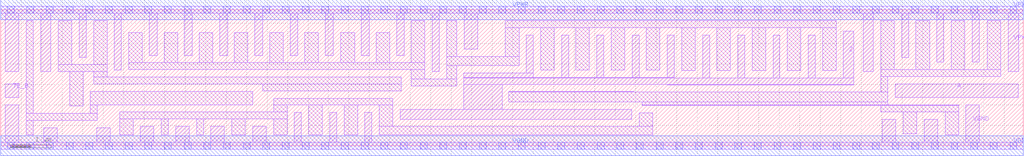
<source format=lef>
# Copyright 2020 The SkyWater PDK Authors
#
# Licensed under the Apache License, Version 2.0 (the "License");
# you may not use this file except in compliance with the License.
# You may obtain a copy of the License at
#
#     https://www.apache.org/licenses/LICENSE-2.0
#
# Unless required by applicable law or agreed to in writing, software
# distributed under the License is distributed on an "AS IS" BASIS,
# WITHOUT WARRANTIES OR CONDITIONS OF ANY KIND, either express or implied.
# See the License for the specific language governing permissions and
# limitations under the License.
#
# SPDX-License-Identifier: Apache-2.0

VERSION 5.7 ;
  NAMESCASESENSITIVE ON ;
  NOWIREEXTENSIONATPIN ON ;
  DIVIDERCHAR "/" ;
  BUSBITCHARS "[]" ;
UNITS
  DATABASE MICRONS 200 ;
END UNITS
MACRO sky130_fd_sc_lp__busdriver_20
  CLASS CORE ;
  SOURCE USER ;
  FOREIGN sky130_fd_sc_lp__busdriver_20 ;
  ORIGIN  0.000000  0.000000 ;
  SIZE  24.96000 BY  3.330000 ;
  SYMMETRY X Y ;
  SITE unit ;
  PIN A
    ANTENNAGATEAREA  2.016000 ;
    USE SIGNAL ;
    PORT
      LAYER li1 ;
        RECT 21.830000 1.180000 24.835000 1.515000 ;
    END
  END A
  PIN TE_B
    ANTENNAGATEAREA  0.630000 ;
    USE SIGNAL ;
    PORT
      LAYER li1 ;
        RECT 0.115000 1.180000 0.445000 1.515000 ;
    END
  END TE_B
  PIN Z
    ANTENNADIFFAREA  5.250200 ;
    USE SIGNAL ;
    PORT
      LAYER li1 ;
        RECT  9.750000 0.645000 15.400000 0.895000 ;
        RECT 11.305000 0.895000 12.235000 1.505000 ;
        RECT 11.305000 1.505000 20.820000 1.665000 ;
        RECT 11.305000 1.665000 16.440000 1.675000 ;
        RECT 11.305000 1.675000 13.000000 1.780000 ;
        RECT 12.830000 1.780000 13.000000 2.715000 ;
        RECT 13.690000 1.675000 13.860000 2.715000 ;
        RECT 14.550000 1.675000 14.720000 2.715000 ;
        RECT 15.410000 1.675000 15.580000 2.715000 ;
        RECT 16.270000 1.495000 20.820000 1.505000 ;
        RECT 16.270000 1.675000 16.440000 2.715000 ;
        RECT 17.130000 1.665000 17.300000 2.715000 ;
        RECT 17.990000 1.665000 18.160000 2.715000 ;
        RECT 18.850000 1.665000 19.020000 2.715000 ;
        RECT 19.710000 1.665000 19.880000 2.715000 ;
        RECT 20.570000 1.665000 20.820000 2.805000 ;
    END
  END Z
  PIN VGND
    DIRECTION INOUT ;
    USE GROUND ;
    PORT
      LAYER li1 ;
        RECT  0.000000 -0.085000 24.960000 0.085000 ;
        RECT  0.115000  0.085000  0.445000 1.000000 ;
        RECT  1.055000  0.085000  1.385000 0.445000 ;
        RECT  2.340000  0.085000  2.670000 0.445000 ;
        RECT  3.410000  0.085000  3.740000 0.475000 ;
        RECT  4.270000  0.085000  4.600000 0.475000 ;
        RECT  5.130000  0.085000  5.460000 0.475000 ;
        RECT  6.150000  0.085000  6.480000 0.475000 ;
        RECT  7.170000  0.085000  7.340000 0.815000 ;
        RECT  8.030000  0.085000  8.200000 0.815000 ;
        RECT  8.890000  0.085000  9.060000 0.815000 ;
        RECT 21.520000  0.085000 21.850000 0.650000 ;
        RECT 22.540000  0.085000 22.870000 0.650000 ;
        RECT 23.560000  0.085000 23.890000 1.000000 ;
      LAYER mcon ;
        RECT  0.155000 -0.085000  0.325000 0.085000 ;
        RECT  0.635000 -0.085000  0.805000 0.085000 ;
        RECT  1.115000 -0.085000  1.285000 0.085000 ;
        RECT  1.595000 -0.085000  1.765000 0.085000 ;
        RECT  2.075000 -0.085000  2.245000 0.085000 ;
        RECT  2.555000 -0.085000  2.725000 0.085000 ;
        RECT  3.035000 -0.085000  3.205000 0.085000 ;
        RECT  3.515000 -0.085000  3.685000 0.085000 ;
        RECT  3.995000 -0.085000  4.165000 0.085000 ;
        RECT  4.475000 -0.085000  4.645000 0.085000 ;
        RECT  4.955000 -0.085000  5.125000 0.085000 ;
        RECT  5.435000 -0.085000  5.605000 0.085000 ;
        RECT  5.915000 -0.085000  6.085000 0.085000 ;
        RECT  6.395000 -0.085000  6.565000 0.085000 ;
        RECT  6.875000 -0.085000  7.045000 0.085000 ;
        RECT  7.355000 -0.085000  7.525000 0.085000 ;
        RECT  7.835000 -0.085000  8.005000 0.085000 ;
        RECT  8.315000 -0.085000  8.485000 0.085000 ;
        RECT  8.795000 -0.085000  8.965000 0.085000 ;
        RECT  9.275000 -0.085000  9.445000 0.085000 ;
        RECT  9.755000 -0.085000  9.925000 0.085000 ;
        RECT 10.235000 -0.085000 10.405000 0.085000 ;
        RECT 10.715000 -0.085000 10.885000 0.085000 ;
        RECT 11.195000 -0.085000 11.365000 0.085000 ;
        RECT 11.675000 -0.085000 11.845000 0.085000 ;
        RECT 12.155000 -0.085000 12.325000 0.085000 ;
        RECT 12.635000 -0.085000 12.805000 0.085000 ;
        RECT 13.115000 -0.085000 13.285000 0.085000 ;
        RECT 13.595000 -0.085000 13.765000 0.085000 ;
        RECT 14.075000 -0.085000 14.245000 0.085000 ;
        RECT 14.555000 -0.085000 14.725000 0.085000 ;
        RECT 15.035000 -0.085000 15.205000 0.085000 ;
        RECT 15.515000 -0.085000 15.685000 0.085000 ;
        RECT 15.995000 -0.085000 16.165000 0.085000 ;
        RECT 16.475000 -0.085000 16.645000 0.085000 ;
        RECT 16.955000 -0.085000 17.125000 0.085000 ;
        RECT 17.435000 -0.085000 17.605000 0.085000 ;
        RECT 17.915000 -0.085000 18.085000 0.085000 ;
        RECT 18.395000 -0.085000 18.565000 0.085000 ;
        RECT 18.875000 -0.085000 19.045000 0.085000 ;
        RECT 19.355000 -0.085000 19.525000 0.085000 ;
        RECT 19.835000 -0.085000 20.005000 0.085000 ;
        RECT 20.315000 -0.085000 20.485000 0.085000 ;
        RECT 20.795000 -0.085000 20.965000 0.085000 ;
        RECT 21.275000 -0.085000 21.445000 0.085000 ;
        RECT 21.755000 -0.085000 21.925000 0.085000 ;
        RECT 22.235000 -0.085000 22.405000 0.085000 ;
        RECT 22.715000 -0.085000 22.885000 0.085000 ;
        RECT 23.195000 -0.085000 23.365000 0.085000 ;
        RECT 23.675000 -0.085000 23.845000 0.085000 ;
        RECT 24.155000 -0.085000 24.325000 0.085000 ;
        RECT 24.635000 -0.085000 24.805000 0.085000 ;
      LAYER met1 ;
        RECT 0.000000 -0.245000 24.960000 0.245000 ;
    END
  END VGND
  PIN VPWR
    DIRECTION INOUT ;
    USE POWER ;
    PORT
      LAYER li1 ;
        RECT  0.000000 3.245000 24.960000 3.415000 ;
        RECT  0.115000 1.815000  0.445000 3.245000 ;
        RECT  0.975000 1.815000  1.225000 3.245000 ;
        RECT  1.915000 2.165000  2.085000 3.245000 ;
        RECT  2.775000 1.855000  2.945000 3.245000 ;
        RECT  3.625000 2.205000  3.815000 3.245000 ;
        RECT  4.485000 2.205000  4.675000 3.245000 ;
        RECT  5.345000 2.205000  5.535000 3.245000 ;
        RECT  6.205000 2.205000  6.395000 3.245000 ;
        RECT  7.065000 2.205000  7.255000 3.245000 ;
        RECT  7.925000 2.205000  8.115000 3.245000 ;
        RECT  8.805000 2.205000  8.995000 3.245000 ;
        RECT  9.665000 2.205000  9.855000 3.245000 ;
        RECT 10.535000 1.815000 10.705000 3.245000 ;
        RECT 11.315000 2.365000 11.645000 3.245000 ;
        RECT 21.050000 1.815000 21.300000 3.245000 ;
        RECT 21.990000 2.165000 22.160000 3.245000 ;
        RECT 22.850000 2.045000 23.020000 3.245000 ;
        RECT 23.710000 2.045000 23.880000 3.245000 ;
        RECT 24.595000 1.815000 24.845000 3.245000 ;
      LAYER mcon ;
        RECT  0.155000 3.245000  0.325000 3.415000 ;
        RECT  0.635000 3.245000  0.805000 3.415000 ;
        RECT  1.115000 3.245000  1.285000 3.415000 ;
        RECT  1.595000 3.245000  1.765000 3.415000 ;
        RECT  2.075000 3.245000  2.245000 3.415000 ;
        RECT  2.555000 3.245000  2.725000 3.415000 ;
        RECT  3.035000 3.245000  3.205000 3.415000 ;
        RECT  3.515000 3.245000  3.685000 3.415000 ;
        RECT  3.995000 3.245000  4.165000 3.415000 ;
        RECT  4.475000 3.245000  4.645000 3.415000 ;
        RECT  4.955000 3.245000  5.125000 3.415000 ;
        RECT  5.435000 3.245000  5.605000 3.415000 ;
        RECT  5.915000 3.245000  6.085000 3.415000 ;
        RECT  6.395000 3.245000  6.565000 3.415000 ;
        RECT  6.875000 3.245000  7.045000 3.415000 ;
        RECT  7.355000 3.245000  7.525000 3.415000 ;
        RECT  7.835000 3.245000  8.005000 3.415000 ;
        RECT  8.315000 3.245000  8.485000 3.415000 ;
        RECT  8.795000 3.245000  8.965000 3.415000 ;
        RECT  9.275000 3.245000  9.445000 3.415000 ;
        RECT  9.755000 3.245000  9.925000 3.415000 ;
        RECT 10.235000 3.245000 10.405000 3.415000 ;
        RECT 10.715000 3.245000 10.885000 3.415000 ;
        RECT 11.195000 3.245000 11.365000 3.415000 ;
        RECT 11.675000 3.245000 11.845000 3.415000 ;
        RECT 12.155000 3.245000 12.325000 3.415000 ;
        RECT 12.635000 3.245000 12.805000 3.415000 ;
        RECT 13.115000 3.245000 13.285000 3.415000 ;
        RECT 13.595000 3.245000 13.765000 3.415000 ;
        RECT 14.075000 3.245000 14.245000 3.415000 ;
        RECT 14.555000 3.245000 14.725000 3.415000 ;
        RECT 15.035000 3.245000 15.205000 3.415000 ;
        RECT 15.515000 3.245000 15.685000 3.415000 ;
        RECT 15.995000 3.245000 16.165000 3.415000 ;
        RECT 16.475000 3.245000 16.645000 3.415000 ;
        RECT 16.955000 3.245000 17.125000 3.415000 ;
        RECT 17.435000 3.245000 17.605000 3.415000 ;
        RECT 17.915000 3.245000 18.085000 3.415000 ;
        RECT 18.395000 3.245000 18.565000 3.415000 ;
        RECT 18.875000 3.245000 19.045000 3.415000 ;
        RECT 19.355000 3.245000 19.525000 3.415000 ;
        RECT 19.835000 3.245000 20.005000 3.415000 ;
        RECT 20.315000 3.245000 20.485000 3.415000 ;
        RECT 20.795000 3.245000 20.965000 3.415000 ;
        RECT 21.275000 3.245000 21.445000 3.415000 ;
        RECT 21.755000 3.245000 21.925000 3.415000 ;
        RECT 22.235000 3.245000 22.405000 3.415000 ;
        RECT 22.715000 3.245000 22.885000 3.415000 ;
        RECT 23.195000 3.245000 23.365000 3.415000 ;
        RECT 23.675000 3.245000 23.845000 3.415000 ;
        RECT 24.155000 3.245000 24.325000 3.415000 ;
        RECT 24.635000 3.245000 24.805000 3.415000 ;
      LAYER met1 ;
        RECT 0.000000 3.085000 24.960000 3.575000 ;
    END
  END VPWR
  OBS
    LAYER li1 ;
      RECT  0.625000 0.265000  0.795000 0.625000 ;
      RECT  0.625000 0.625000  2.360000 0.795000 ;
      RECT  0.625000 0.795000  0.795000 3.065000 ;
      RECT  1.405000 1.815000  2.595000 1.985000 ;
      RECT  1.405000 1.985000  1.735000 3.065000 ;
      RECT  1.680000 0.975000  2.010000 1.815000 ;
      RECT  2.190000 0.795000  2.360000 1.005000 ;
      RECT  2.190000 1.005000  6.150000 1.335000 ;
      RECT  2.265000 1.515000  9.780000 1.685000 ;
      RECT  2.265000 1.685000  2.595000 1.815000 ;
      RECT  2.265000 1.985000  2.595000 3.065000 ;
      RECT  2.900000 0.265000  3.230000 0.655000 ;
      RECT  2.900000 0.655000  6.990000 0.825000 ;
      RECT  3.125000 1.865000 10.355000 2.035000 ;
      RECT  3.125000 2.035000  3.455000 2.765000 ;
      RECT  3.920000 0.265000  4.090000 0.655000 ;
      RECT  3.985000 2.035000  4.315000 2.765000 ;
      RECT  4.780000 0.265000  4.950000 0.655000 ;
      RECT  4.845000 2.035000  5.175000 2.765000 ;
      RECT  5.640000 0.265000  5.970000 0.655000 ;
      RECT  5.705000 2.035000  6.035000 2.765000 ;
      RECT  6.390000 1.345000  9.780000 1.515000 ;
      RECT  6.565000 2.035000  6.895000 2.765000 ;
      RECT  6.660000 0.265000  6.990000 0.655000 ;
      RECT  6.660000 0.825000  6.990000 0.995000 ;
      RECT  6.660000 0.995000  9.570000 1.165000 ;
      RECT  7.425000 2.035000  7.755000 2.765000 ;
      RECT  7.520000 0.265000  7.850000 0.995000 ;
      RECT  8.305000 2.035000  8.635000 2.765000 ;
      RECT  8.380000 0.265000  8.710000 0.995000 ;
      RECT  9.165000 2.035000  9.495000 2.765000 ;
      RECT  9.240000 0.265000 15.910000 0.475000 ;
      RECT  9.240000 0.475000  9.570000 0.995000 ;
      RECT 10.025000 1.465000 11.135000 1.635000 ;
      RECT 10.025000 1.635000 10.355000 1.865000 ;
      RECT 10.025000 2.035000 10.355000 3.065000 ;
      RECT 10.885000 1.635000 11.135000 1.960000 ;
      RECT 10.885000 1.960000 12.650000 2.185000 ;
      RECT 10.885000 2.185000 11.135000 3.065000 ;
      RECT 12.320000 2.185000 12.650000 2.895000 ;
      RECT 12.320000 2.895000 20.390000 3.065000 ;
      RECT 12.405000 1.075000 21.650000 1.315000 ;
      RECT 12.405000 1.315000 15.455000 1.325000 ;
      RECT 13.180000 1.855000 13.510000 2.895000 ;
      RECT 14.040000 1.855000 14.370000 2.895000 ;
      RECT 14.900000 1.855000 15.230000 2.895000 ;
      RECT 15.580000 0.475000 15.910000 0.805000 ;
      RECT 15.660000 0.985000 23.380000 1.000000 ;
      RECT 15.660000 1.000000 21.650000 1.075000 ;
      RECT 15.760000 1.855000 16.090000 2.895000 ;
      RECT 16.620000 1.845000 16.950000 2.895000 ;
      RECT 17.480000 1.845000 17.810000 2.895000 ;
      RECT 18.340000 1.845000 18.670000 2.895000 ;
      RECT 19.200000 1.845000 19.530000 2.895000 ;
      RECT 20.060000 1.845000 20.390000 2.895000 ;
      RECT 21.480000 0.830000 23.380000 0.985000 ;
      RECT 21.480000 1.315000 21.650000 1.695000 ;
      RECT 21.480000 1.695000 24.415000 1.865000 ;
      RECT 21.480000 1.865000 21.810000 3.065000 ;
      RECT 22.030000 0.295000 22.360000 0.830000 ;
      RECT 22.340000 1.865000 22.670000 3.065000 ;
      RECT 23.050000 0.265000 23.380000 0.830000 ;
      RECT 23.200000 1.865000 23.530000 3.065000 ;
      RECT 24.085000 1.865000 24.415000 3.065000 ;
  END
END sky130_fd_sc_lp__busdriver_20

</source>
